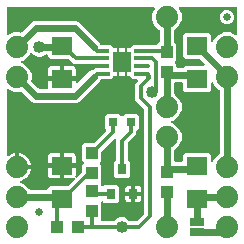
<source format=gbr>
G04 EAGLE Gerber RS-274X export*
G75*
%MOMM*%
%FSLAX34Y34*%
%LPD*%
%INTop Copper*%
%IPPOS*%
%AMOC8*
5,1,8,0,0,1.08239X$1,22.5*%
G01*
%ADD10C,1.879600*%
%ADD11R,1.800000X1.600000*%
%ADD12R,1.100000X1.000000*%
%ADD13R,0.800000X0.900000*%
%ADD14R,1.000000X1.100000*%
%ADD15R,0.800000X0.800000*%
%ADD16R,1.270000X0.635000*%
%ADD17R,0.850000X0.350000*%
%ADD18R,1.500000X1.750000*%
%ADD19R,0.280000X1.025000*%
%ADD20C,0.035000*%
%ADD21C,0.635000*%
%ADD22C,0.609600*%
%ADD23C,0.355600*%
%ADD24C,1.016000*%

G36*
X94597Y17539D02*
X94597Y17539D01*
X94685Y17542D01*
X94737Y17559D01*
X94792Y17567D01*
X94872Y17602D01*
X94955Y17629D01*
X94994Y17657D01*
X95051Y17683D01*
X95165Y17779D01*
X95228Y17824D01*
X96995Y19591D01*
X99983Y20829D01*
X103217Y20829D01*
X106205Y19591D01*
X107972Y17824D01*
X108042Y17772D01*
X108105Y17712D01*
X108155Y17686D01*
X108199Y17653D01*
X108281Y17622D01*
X108358Y17582D01*
X108406Y17574D01*
X108464Y17552D01*
X108612Y17540D01*
X108690Y17527D01*
X113467Y17527D01*
X113554Y17539D01*
X113641Y17542D01*
X113694Y17559D01*
X113749Y17567D01*
X113829Y17602D01*
X113912Y17629D01*
X113951Y17657D01*
X114008Y17683D01*
X114121Y17779D01*
X114185Y17824D01*
X120289Y23927D01*
X120303Y23946D01*
X120317Y23958D01*
X120348Y24004D01*
X120401Y24061D01*
X120427Y24110D01*
X120460Y24154D01*
X120491Y24236D01*
X120531Y24314D01*
X120539Y24362D01*
X120561Y24420D01*
X120573Y24568D01*
X120586Y24645D01*
X120586Y111880D01*
X120574Y111967D01*
X120571Y112054D01*
X120554Y112107D01*
X120546Y112162D01*
X120511Y112241D01*
X120484Y112325D01*
X120456Y112364D01*
X120430Y112421D01*
X120334Y112534D01*
X120289Y112598D01*
X112648Y120239D01*
X112648Y133762D01*
X114976Y136090D01*
X114994Y136114D01*
X115016Y136133D01*
X115079Y136227D01*
X115147Y136317D01*
X115157Y136345D01*
X115174Y136369D01*
X115208Y136477D01*
X115248Y136583D01*
X115251Y136612D01*
X115260Y136640D01*
X115262Y136754D01*
X115272Y136866D01*
X115266Y136895D01*
X115267Y136924D01*
X115238Y137034D01*
X115216Y137145D01*
X115202Y137171D01*
X115195Y137199D01*
X115137Y137297D01*
X115085Y137397D01*
X115065Y137419D01*
X115050Y137444D01*
X114967Y137521D01*
X114889Y137603D01*
X114864Y137618D01*
X114842Y137638D01*
X114742Y137690D01*
X114644Y137747D01*
X114615Y137754D01*
X114589Y137768D01*
X114512Y137781D01*
X114368Y137817D01*
X114306Y137815D01*
X114258Y137823D01*
X114134Y137823D01*
X114127Y137826D01*
X113980Y137838D01*
X113902Y137851D01*
X110837Y137851D01*
X109043Y139645D01*
X109045Y139702D01*
X109023Y139784D01*
X109011Y139868D01*
X108988Y139921D01*
X108973Y139977D01*
X108930Y140050D01*
X108895Y140127D01*
X108857Y140172D01*
X108828Y140222D01*
X108766Y140280D01*
X108712Y140344D01*
X108663Y140376D01*
X108620Y140416D01*
X108545Y140455D01*
X108475Y140502D01*
X108419Y140519D01*
X108367Y140546D01*
X108299Y140557D01*
X108204Y140587D01*
X108104Y140590D01*
X108036Y140601D01*
X95164Y140601D01*
X95106Y140593D01*
X95048Y140595D01*
X94966Y140573D01*
X94882Y140561D01*
X94829Y140538D01*
X94773Y140523D01*
X94700Y140480D01*
X94623Y140445D01*
X94578Y140407D01*
X94528Y140378D01*
X94470Y140316D01*
X94406Y140262D01*
X94374Y140213D01*
X94334Y140170D01*
X94295Y140095D01*
X94248Y140025D01*
X94231Y139969D01*
X94204Y139917D01*
X94193Y139849D01*
X94163Y139754D01*
X92260Y137851D01*
X89298Y137851D01*
X89211Y137839D01*
X89124Y137836D01*
X89084Y137823D01*
X84156Y137823D01*
X84155Y137823D01*
X84153Y137823D01*
X84013Y137803D01*
X83875Y137783D01*
X83873Y137783D01*
X83872Y137783D01*
X83744Y137725D01*
X83615Y137667D01*
X83614Y137666D01*
X83613Y137665D01*
X83506Y137574D01*
X83398Y137484D01*
X83397Y137482D01*
X83396Y137481D01*
X83388Y137468D01*
X83241Y137247D01*
X83232Y137218D01*
X83218Y137197D01*
X82732Y136021D01*
X65367Y118656D01*
X63126Y117728D01*
X27362Y117728D01*
X25121Y118656D01*
X16609Y127169D01*
X16608Y127170D01*
X16607Y127171D01*
X16489Y127259D01*
X16382Y127340D01*
X16381Y127340D01*
X16379Y127341D01*
X16246Y127391D01*
X16116Y127441D01*
X16115Y127441D01*
X16113Y127441D01*
X15974Y127453D01*
X15833Y127464D01*
X15832Y127464D01*
X15830Y127464D01*
X15815Y127461D01*
X15554Y127408D01*
X15527Y127394D01*
X15503Y127389D01*
X15176Y127253D01*
X10224Y127253D01*
X5469Y129223D01*
X5357Y129252D01*
X5248Y129286D01*
X5220Y129287D01*
X5193Y129294D01*
X5079Y129291D01*
X4964Y129294D01*
X4937Y129287D01*
X4909Y129286D01*
X4800Y129251D01*
X4689Y129222D01*
X4665Y129208D01*
X4638Y129199D01*
X4543Y129135D01*
X4444Y129077D01*
X4425Y129056D01*
X4402Y129041D01*
X4328Y128953D01*
X4250Y128869D01*
X4237Y128845D01*
X4219Y128823D01*
X4173Y128719D01*
X4120Y128616D01*
X4116Y128592D01*
X4104Y128564D01*
X4067Y128300D01*
X4065Y128285D01*
X4065Y73976D01*
X4078Y73885D01*
X4081Y73793D01*
X4097Y73744D01*
X4105Y73694D01*
X4142Y73610D01*
X4171Y73523D01*
X4200Y73481D01*
X4221Y73435D01*
X4280Y73365D01*
X4332Y73289D01*
X4372Y73257D01*
X4404Y73218D01*
X4481Y73167D01*
X4552Y73108D01*
X4599Y73088D01*
X4641Y73060D01*
X4729Y73032D01*
X4813Y72996D01*
X4864Y72990D01*
X4912Y72974D01*
X5004Y72972D01*
X5095Y72961D01*
X5146Y72968D01*
X5196Y72967D01*
X5285Y72990D01*
X5376Y73005D01*
X5416Y73025D01*
X5471Y73039D01*
X5608Y73120D01*
X5677Y73154D01*
X6443Y73711D01*
X8117Y74564D01*
X9904Y75145D01*
X10669Y75266D01*
X10669Y64516D01*
X10677Y64458D01*
X10675Y64400D01*
X10697Y64318D01*
X10709Y64235D01*
X10733Y64181D01*
X10747Y64125D01*
X10790Y64052D01*
X10825Y63975D01*
X10863Y63931D01*
X10893Y63880D01*
X10954Y63823D01*
X11009Y63758D01*
X11057Y63726D01*
X11100Y63686D01*
X11175Y63647D01*
X11245Y63601D01*
X11301Y63583D01*
X11353Y63556D01*
X11421Y63545D01*
X11516Y63515D01*
X11616Y63512D01*
X11684Y63501D01*
X12701Y63501D01*
X12701Y62484D01*
X12709Y62426D01*
X12708Y62368D01*
X12729Y62286D01*
X12741Y62203D01*
X12765Y62149D01*
X12779Y62093D01*
X12822Y62020D01*
X12857Y61943D01*
X12895Y61898D01*
X12925Y61848D01*
X12986Y61790D01*
X13041Y61726D01*
X13089Y61694D01*
X13132Y61654D01*
X13207Y61615D01*
X13277Y61569D01*
X13333Y61551D01*
X13385Y61524D01*
X13453Y61513D01*
X13548Y61483D01*
X13648Y61480D01*
X13716Y61469D01*
X24466Y61469D01*
X24345Y60704D01*
X23764Y58917D01*
X22911Y57243D01*
X21806Y55722D01*
X20478Y54394D01*
X18957Y53289D01*
X17283Y52436D01*
X16163Y52072D01*
X16101Y52042D01*
X16035Y52021D01*
X15974Y51980D01*
X15908Y51947D01*
X15857Y51901D01*
X15799Y51862D01*
X15752Y51806D01*
X15697Y51757D01*
X15661Y51698D01*
X15616Y51645D01*
X15586Y51578D01*
X15547Y51515D01*
X15529Y51448D01*
X15501Y51385D01*
X15491Y51312D01*
X15471Y51241D01*
X15471Y51172D01*
X15462Y51103D01*
X15472Y51031D01*
X15473Y50957D01*
X15493Y50890D01*
X15502Y50822D01*
X15533Y50755D01*
X15554Y50684D01*
X15591Y50626D01*
X15620Y50563D01*
X15667Y50507D01*
X15707Y50445D01*
X15759Y50399D01*
X15804Y50347D01*
X15857Y50314D01*
X15921Y50257D01*
X16025Y50208D01*
X16089Y50169D01*
X19751Y48652D01*
X23252Y45151D01*
X23387Y44823D01*
X23388Y44822D01*
X23389Y44821D01*
X23459Y44702D01*
X23532Y44579D01*
X23533Y44578D01*
X23534Y44576D01*
X23638Y44479D01*
X23739Y44383D01*
X23740Y44383D01*
X23741Y44382D01*
X23867Y44317D01*
X23991Y44253D01*
X23993Y44253D01*
X23994Y44252D01*
X24009Y44250D01*
X24270Y44198D01*
X24301Y44201D01*
X24325Y44197D01*
X37736Y44197D01*
X37794Y44205D01*
X37852Y44203D01*
X37934Y44225D01*
X38018Y44237D01*
X38071Y44260D01*
X38127Y44275D01*
X38200Y44318D01*
X38277Y44353D01*
X38322Y44391D01*
X38372Y44420D01*
X38430Y44482D01*
X38494Y44536D01*
X38526Y44585D01*
X38566Y44628D01*
X38605Y44703D01*
X38652Y44773D01*
X38669Y44829D01*
X38696Y44881D01*
X38707Y44949D01*
X38737Y45044D01*
X38740Y45144D01*
X38751Y45212D01*
X38751Y46063D01*
X40537Y47849D01*
X56477Y47849D01*
X56564Y47861D01*
X56651Y47864D01*
X56704Y47881D01*
X56759Y47889D01*
X56838Y47924D01*
X56922Y47951D01*
X56961Y47979D01*
X57018Y48005D01*
X57131Y48101D01*
X57195Y48146D01*
X61791Y52742D01*
X61802Y52757D01*
X61818Y52770D01*
X61888Y52871D01*
X61962Y52969D01*
X61969Y52987D01*
X61980Y53003D01*
X62019Y53120D01*
X62063Y53235D01*
X62064Y53254D01*
X62071Y53273D01*
X62076Y53396D01*
X62086Y53518D01*
X62083Y53537D01*
X62083Y53557D01*
X62055Y53676D01*
X62031Y53797D01*
X62022Y53814D01*
X62017Y53833D01*
X61956Y53940D01*
X61900Y54049D01*
X61886Y54063D01*
X61876Y54080D01*
X61789Y54166D01*
X61704Y54255D01*
X61687Y54265D01*
X61673Y54279D01*
X61565Y54337D01*
X61458Y54399D01*
X61439Y54404D01*
X61422Y54413D01*
X61302Y54439D01*
X61183Y54469D01*
X61163Y54468D01*
X61144Y54472D01*
X61071Y54465D01*
X60899Y54460D01*
X60850Y54444D01*
X60810Y54440D01*
X60134Y54259D01*
X52831Y54259D01*
X52831Y62769D01*
X62341Y62769D01*
X62341Y56466D01*
X62160Y55790D01*
X62157Y55770D01*
X62150Y55752D01*
X62140Y55630D01*
X62125Y55508D01*
X62128Y55488D01*
X62127Y55469D01*
X62151Y55349D01*
X62170Y55227D01*
X62179Y55209D01*
X62183Y55190D01*
X62239Y55082D01*
X62292Y54970D01*
X62305Y54955D01*
X62314Y54938D01*
X62398Y54849D01*
X62479Y54756D01*
X62496Y54746D01*
X62509Y54732D01*
X62616Y54669D01*
X62719Y54603D01*
X62738Y54598D01*
X62755Y54588D01*
X62874Y54558D01*
X62992Y54523D01*
X63011Y54523D01*
X63030Y54518D01*
X63153Y54522D01*
X63276Y54521D01*
X63295Y54526D01*
X63314Y54527D01*
X63431Y54565D01*
X63550Y54598D01*
X63566Y54608D01*
X63585Y54614D01*
X63645Y54657D01*
X63791Y54748D01*
X63825Y54786D01*
X63858Y54809D01*
X67854Y58805D01*
X67906Y58875D01*
X67966Y58939D01*
X67992Y58988D01*
X68025Y59032D01*
X68056Y59114D01*
X68096Y59192D01*
X68104Y59239D01*
X68126Y59298D01*
X68138Y59445D01*
X68151Y59523D01*
X68151Y64938D01*
X69171Y65957D01*
X69206Y66004D01*
X69248Y66044D01*
X69291Y66117D01*
X69341Y66184D01*
X69362Y66239D01*
X69392Y66289D01*
X69413Y66371D01*
X69443Y66450D01*
X69448Y66508D01*
X69462Y66565D01*
X69459Y66649D01*
X69466Y66733D01*
X69455Y66791D01*
X69453Y66849D01*
X69427Y66929D01*
X69410Y67012D01*
X69383Y67064D01*
X69365Y67120D01*
X69325Y67176D01*
X69279Y67264D01*
X69211Y67337D01*
X69171Y67393D01*
X68151Y68412D01*
X68151Y81938D01*
X69937Y83724D01*
X77502Y83724D01*
X77589Y83736D01*
X77676Y83739D01*
X77729Y83756D01*
X77784Y83764D01*
X77864Y83799D01*
X77947Y83826D01*
X77986Y83854D01*
X78043Y83880D01*
X78156Y83976D01*
X78220Y84021D01*
X88076Y93877D01*
X88111Y93924D01*
X88153Y93964D01*
X88196Y94037D01*
X88247Y94104D01*
X88268Y94159D01*
X88297Y94209D01*
X88318Y94291D01*
X88348Y94370D01*
X88353Y94428D01*
X88367Y94485D01*
X88365Y94569D01*
X88372Y94653D01*
X88360Y94710D01*
X88358Y94769D01*
X88332Y94849D01*
X88316Y94932D01*
X88289Y94984D01*
X88271Y95039D01*
X88231Y95096D01*
X88185Y95184D01*
X88116Y95256D01*
X88076Y95313D01*
X87051Y96337D01*
X87051Y106863D01*
X88837Y108649D01*
X99363Y108649D01*
X100882Y107129D01*
X100929Y107094D01*
X100969Y107052D01*
X101042Y107009D01*
X101109Y106959D01*
X101164Y106938D01*
X101214Y106908D01*
X101296Y106887D01*
X101375Y106857D01*
X101433Y106852D01*
X101490Y106838D01*
X101574Y106841D01*
X101658Y106834D01*
X101716Y106845D01*
X101774Y106847D01*
X101854Y106873D01*
X101937Y106890D01*
X101989Y106917D01*
X102045Y106935D01*
X102101Y106975D01*
X102189Y107021D01*
X102262Y107089D01*
X102318Y107129D01*
X103837Y108649D01*
X114363Y108649D01*
X116149Y106863D01*
X116149Y96337D01*
X114224Y94413D01*
X114172Y94343D01*
X114112Y94279D01*
X114086Y94230D01*
X114053Y94185D01*
X114022Y94104D01*
X113982Y94026D01*
X113974Y93978D01*
X113952Y93920D01*
X113947Y93858D01*
X113941Y93838D01*
X113939Y93767D01*
X113927Y93695D01*
X113927Y91226D01*
X106724Y84023D01*
X106672Y83953D01*
X106612Y83889D01*
X106586Y83840D01*
X106553Y83796D01*
X106522Y83714D01*
X106482Y83636D01*
X106474Y83589D01*
X106452Y83530D01*
X106440Y83383D01*
X106427Y83305D01*
X106427Y70205D01*
X106439Y70119D01*
X106442Y70031D01*
X106459Y69979D01*
X106467Y69924D01*
X106502Y69844D01*
X106529Y69761D01*
X106557Y69722D01*
X106583Y69664D01*
X106679Y69551D01*
X106724Y69487D01*
X108649Y67563D01*
X108649Y56037D01*
X106863Y54251D01*
X96337Y54251D01*
X94551Y56037D01*
X94551Y67563D01*
X96476Y69487D01*
X96528Y69557D01*
X96588Y69621D01*
X96614Y69671D01*
X96647Y69715D01*
X96678Y69796D01*
X96718Y69874D01*
X96726Y69922D01*
X96748Y69980D01*
X96760Y70128D01*
X96773Y70205D01*
X96773Y86471D01*
X96769Y86500D01*
X96772Y86530D01*
X96749Y86641D01*
X96733Y86753D01*
X96721Y86779D01*
X96716Y86808D01*
X96664Y86909D01*
X96617Y87012D01*
X96598Y87035D01*
X96585Y87061D01*
X96507Y87143D01*
X96434Y87229D01*
X96409Y87245D01*
X96389Y87267D01*
X96291Y87324D01*
X96197Y87387D01*
X96169Y87396D01*
X96144Y87410D01*
X96034Y87438D01*
X95926Y87473D01*
X95896Y87473D01*
X95868Y87480D01*
X95755Y87477D01*
X95642Y87480D01*
X95613Y87472D01*
X95584Y87471D01*
X95476Y87437D01*
X95367Y87408D01*
X95341Y87393D01*
X95313Y87384D01*
X95250Y87338D01*
X95122Y87263D01*
X95079Y87217D01*
X95040Y87189D01*
X84546Y76695D01*
X84494Y76625D01*
X84434Y76561D01*
X84408Y76512D01*
X84375Y76468D01*
X84344Y76386D01*
X84304Y76308D01*
X84296Y76261D01*
X84274Y76202D01*
X84262Y76055D01*
X84249Y75977D01*
X84249Y68412D01*
X83229Y67393D01*
X83194Y67346D01*
X83152Y67306D01*
X83109Y67233D01*
X83059Y67166D01*
X83038Y67111D01*
X83008Y67061D01*
X82987Y66979D01*
X82957Y66900D01*
X82952Y66842D01*
X82938Y66785D01*
X82941Y66701D01*
X82934Y66617D01*
X82945Y66559D01*
X82947Y66501D01*
X82973Y66421D01*
X82990Y66338D01*
X83017Y66286D01*
X83035Y66230D01*
X83075Y66174D01*
X83121Y66086D01*
X83189Y66013D01*
X83229Y65957D01*
X84249Y64938D01*
X84249Y51383D01*
X84234Y51358D01*
X84184Y51291D01*
X84163Y51236D01*
X84133Y51186D01*
X84112Y51104D01*
X84082Y51025D01*
X84077Y50967D01*
X84063Y50910D01*
X84066Y50826D01*
X84059Y50742D01*
X84070Y50684D01*
X84072Y50626D01*
X84098Y50546D01*
X84115Y50463D01*
X84142Y50411D01*
X84160Y50355D01*
X84200Y50299D01*
X84246Y50211D01*
X84249Y50207D01*
X84249Y48211D01*
X84253Y48182D01*
X84250Y48153D01*
X84273Y48042D01*
X84289Y47930D01*
X84301Y47903D01*
X84306Y47874D01*
X84359Y47774D01*
X84405Y47670D01*
X84424Y47648D01*
X84437Y47622D01*
X84515Y47540D01*
X84588Y47453D01*
X84613Y47437D01*
X84633Y47416D01*
X84731Y47359D01*
X84825Y47296D01*
X84853Y47287D01*
X84878Y47272D01*
X84988Y47244D01*
X85096Y47210D01*
X85126Y47209D01*
X85154Y47202D01*
X85267Y47206D01*
X85380Y47203D01*
X85409Y47210D01*
X85438Y47211D01*
X85546Y47246D01*
X85655Y47275D01*
X85681Y47289D01*
X85709Y47299D01*
X85773Y47344D01*
X85900Y47420D01*
X85943Y47465D01*
X85982Y47493D01*
X86837Y48349D01*
X97363Y48349D01*
X99149Y46563D01*
X99149Y35037D01*
X97363Y33251D01*
X86837Y33251D01*
X85982Y34107D01*
X85958Y34124D01*
X85939Y34147D01*
X85845Y34209D01*
X85755Y34277D01*
X85727Y34288D01*
X85703Y34304D01*
X85595Y34338D01*
X85489Y34379D01*
X85460Y34381D01*
X85432Y34390D01*
X85318Y34393D01*
X85206Y34402D01*
X85177Y34397D01*
X85148Y34397D01*
X85038Y34369D01*
X84927Y34346D01*
X84901Y34333D01*
X84873Y34325D01*
X84775Y34268D01*
X84675Y34215D01*
X84653Y34195D01*
X84628Y34180D01*
X84551Y34098D01*
X84469Y34020D01*
X84454Y33994D01*
X84434Y33973D01*
X84382Y33872D01*
X84325Y33774D01*
X84318Y33746D01*
X84304Y33720D01*
X84291Y33642D01*
X84255Y33499D01*
X84257Y33436D01*
X84249Y33389D01*
X84249Y19662D01*
X83846Y19260D01*
X83829Y19236D01*
X83806Y19217D01*
X83744Y19123D01*
X83676Y19033D01*
X83665Y19005D01*
X83649Y18981D01*
X83615Y18873D01*
X83574Y18767D01*
X83572Y18738D01*
X83563Y18710D01*
X83560Y18596D01*
X83551Y18484D01*
X83556Y18455D01*
X83556Y18426D01*
X83584Y18316D01*
X83607Y18205D01*
X83620Y18179D01*
X83628Y18151D01*
X83685Y18053D01*
X83738Y17953D01*
X83758Y17931D01*
X83773Y17906D01*
X83855Y17829D01*
X83933Y17747D01*
X83959Y17732D01*
X83980Y17712D01*
X84081Y17660D01*
X84179Y17603D01*
X84207Y17596D01*
X84233Y17582D01*
X84311Y17569D01*
X84454Y17533D01*
X84517Y17535D01*
X84564Y17527D01*
X94510Y17527D01*
X94597Y17539D01*
G37*
G36*
X108094Y164207D02*
X108094Y164207D01*
X108152Y164205D01*
X108234Y164227D01*
X108318Y164239D01*
X108371Y164262D01*
X108427Y164277D01*
X108500Y164320D01*
X108577Y164355D01*
X108622Y164393D01*
X108672Y164422D01*
X108730Y164484D01*
X108794Y164538D01*
X108826Y164587D01*
X108866Y164630D01*
X108905Y164705D01*
X108952Y164775D01*
X108969Y164831D01*
X108996Y164883D01*
X109007Y164951D01*
X109037Y165046D01*
X109040Y165146D01*
X109041Y165153D01*
X110837Y166949D01*
X113902Y166949D01*
X113989Y166961D01*
X114077Y166964D01*
X114117Y166977D01*
X130636Y166977D01*
X130694Y166985D01*
X130752Y166983D01*
X130834Y167005D01*
X130918Y167017D01*
X130971Y167040D01*
X131027Y167055D01*
X131100Y167098D01*
X131177Y167133D01*
X131222Y167171D01*
X131272Y167200D01*
X131330Y167262D01*
X131394Y167316D01*
X131426Y167365D01*
X131466Y167408D01*
X131505Y167483D01*
X131552Y167553D01*
X131556Y167568D01*
X133306Y169317D01*
X133358Y169387D01*
X133418Y169451D01*
X133444Y169501D01*
X133477Y169545D01*
X133508Y169626D01*
X133548Y169704D01*
X133556Y169752D01*
X133578Y169810D01*
X133590Y169958D01*
X133603Y170035D01*
X133603Y178875D01*
X133603Y178876D01*
X133603Y178878D01*
X133583Y179018D01*
X133563Y179156D01*
X133563Y179158D01*
X133563Y179159D01*
X133506Y179285D01*
X133447Y179416D01*
X133446Y179417D01*
X133445Y179418D01*
X133357Y179522D01*
X133264Y179633D01*
X133262Y179634D01*
X133261Y179635D01*
X133248Y179643D01*
X133027Y179790D01*
X132998Y179799D01*
X132977Y179813D01*
X132649Y179948D01*
X129148Y183449D01*
X127253Y188024D01*
X127253Y192976D01*
X129223Y197731D01*
X129252Y197843D01*
X129286Y197952D01*
X129287Y197980D01*
X129294Y198007D01*
X129291Y198121D01*
X129294Y198236D01*
X129287Y198263D01*
X129286Y198291D01*
X129251Y198400D01*
X129222Y198511D01*
X129208Y198535D01*
X129199Y198562D01*
X129135Y198657D01*
X129077Y198756D01*
X129056Y198775D01*
X129041Y198798D01*
X128953Y198872D01*
X128869Y198950D01*
X128845Y198963D01*
X128823Y198981D01*
X128719Y199027D01*
X128616Y199080D01*
X128592Y199084D01*
X128564Y199096D01*
X128300Y199133D01*
X128285Y199135D01*
X5080Y199135D01*
X5022Y199127D01*
X4964Y199129D01*
X4882Y199107D01*
X4798Y199095D01*
X4745Y199072D01*
X4689Y199057D01*
X4616Y199014D01*
X4539Y198979D01*
X4494Y198941D01*
X4444Y198912D01*
X4386Y198850D01*
X4322Y198796D01*
X4290Y198747D01*
X4250Y198704D01*
X4211Y198629D01*
X4164Y198559D01*
X4147Y198503D01*
X4120Y198451D01*
X4109Y198383D01*
X4079Y198288D01*
X4076Y198188D01*
X4065Y198120D01*
X4065Y176515D01*
X4081Y176401D01*
X4091Y176287D01*
X4101Y176261D01*
X4105Y176233D01*
X4152Y176128D01*
X4193Y176021D01*
X4209Y175999D01*
X4221Y175974D01*
X4295Y175886D01*
X4364Y175795D01*
X4387Y175778D01*
X4404Y175757D01*
X4500Y175693D01*
X4592Y175624D01*
X4618Y175615D01*
X4641Y175599D01*
X4751Y175565D01*
X4858Y175524D01*
X4886Y175522D01*
X4912Y175514D01*
X5027Y175511D01*
X5141Y175501D01*
X5166Y175507D01*
X5196Y175506D01*
X5453Y175573D01*
X5469Y175577D01*
X10224Y177547D01*
X15176Y177547D01*
X15503Y177411D01*
X15504Y177411D01*
X15506Y177410D01*
X15639Y177376D01*
X15778Y177340D01*
X15780Y177340D01*
X15781Y177340D01*
X15922Y177344D01*
X16062Y177348D01*
X16064Y177349D01*
X16065Y177349D01*
X16200Y177392D01*
X16333Y177435D01*
X16334Y177436D01*
X16336Y177436D01*
X16348Y177445D01*
X16569Y177593D01*
X16589Y177617D01*
X16609Y177631D01*
X25121Y186144D01*
X27362Y187072D01*
X63126Y187072D01*
X65367Y186144D01*
X82732Y168779D01*
X83218Y167603D01*
X83219Y167602D01*
X83220Y167601D01*
X83290Y167482D01*
X83363Y167359D01*
X83364Y167358D01*
X83365Y167356D01*
X83466Y167261D01*
X83569Y167163D01*
X83571Y167163D01*
X83572Y167162D01*
X83694Y167099D01*
X83822Y167033D01*
X83824Y167033D01*
X83825Y167032D01*
X83840Y167030D01*
X84101Y166978D01*
X84132Y166981D01*
X84156Y166977D01*
X89066Y166977D01*
X89073Y166974D01*
X89220Y166962D01*
X89298Y166949D01*
X92363Y166949D01*
X94157Y165155D01*
X94155Y165098D01*
X94177Y165016D01*
X94189Y164932D01*
X94212Y164879D01*
X94227Y164823D01*
X94270Y164750D01*
X94305Y164673D01*
X94343Y164628D01*
X94372Y164578D01*
X94434Y164520D01*
X94488Y164456D01*
X94537Y164424D01*
X94580Y164384D01*
X94655Y164345D01*
X94725Y164298D01*
X94781Y164281D01*
X94833Y164254D01*
X94901Y164243D01*
X94996Y164213D01*
X95096Y164210D01*
X95164Y164199D01*
X108036Y164199D01*
X108094Y164207D01*
G37*
G36*
X178223Y67889D02*
X178223Y67889D01*
X178280Y67887D01*
X178363Y67909D01*
X178448Y67921D01*
X178500Y67945D01*
X178555Y67959D01*
X178629Y68003D01*
X178708Y68039D01*
X178751Y68075D01*
X178800Y68105D01*
X178859Y68167D01*
X178924Y68223D01*
X178950Y68265D01*
X178994Y68312D01*
X179060Y68441D01*
X179102Y68508D01*
X179948Y70551D01*
X183449Y74052D01*
X183777Y74187D01*
X183778Y74188D01*
X183779Y74189D01*
X183898Y74259D01*
X184021Y74332D01*
X184022Y74333D01*
X184024Y74334D01*
X184120Y74436D01*
X184217Y74539D01*
X184217Y74540D01*
X184218Y74541D01*
X184283Y74667D01*
X184347Y74791D01*
X184347Y74793D01*
X184348Y74794D01*
X184350Y74809D01*
X184402Y75070D01*
X184399Y75101D01*
X184403Y75125D01*
X184403Y128075D01*
X184403Y128076D01*
X184403Y128078D01*
X184383Y128218D01*
X184363Y128356D01*
X184363Y128358D01*
X184363Y128359D01*
X184306Y128485D01*
X184247Y128616D01*
X184246Y128617D01*
X184245Y128618D01*
X184154Y128725D01*
X184064Y128833D01*
X184062Y128834D01*
X184061Y128835D01*
X184048Y128843D01*
X183827Y128990D01*
X183798Y128999D01*
X183777Y129013D01*
X183449Y129148D01*
X179948Y132649D01*
X179102Y134692D01*
X179058Y134766D01*
X179023Y134845D01*
X178986Y134888D01*
X178957Y134937D01*
X178895Y134996D01*
X178839Y135062D01*
X178792Y135093D01*
X178751Y135132D01*
X178674Y135172D01*
X178603Y135219D01*
X178549Y135237D01*
X178498Y135263D01*
X178414Y135279D01*
X178332Y135305D01*
X178275Y135307D01*
X178219Y135318D01*
X178134Y135310D01*
X178048Y135313D01*
X177993Y135298D01*
X177936Y135293D01*
X177856Y135262D01*
X177773Y135241D01*
X177724Y135212D01*
X177671Y135191D01*
X177602Y135139D01*
X177528Y135095D01*
X177489Y135054D01*
X177444Y135020D01*
X177392Y134951D01*
X177334Y134888D01*
X177308Y134837D01*
X177274Y134792D01*
X177243Y134712D01*
X177204Y134635D01*
X177196Y134586D01*
X177173Y134526D01*
X177169Y134467D01*
X177163Y134448D01*
X177161Y134376D01*
X177149Y134304D01*
X177149Y129137D01*
X175363Y127351D01*
X154837Y127351D01*
X153051Y129137D01*
X153051Y134176D01*
X153043Y134234D01*
X153045Y134292D01*
X153023Y134374D01*
X153011Y134458D01*
X152988Y134511D01*
X152973Y134567D01*
X152930Y134640D01*
X152895Y134717D01*
X152857Y134762D01*
X152828Y134812D01*
X152766Y134870D01*
X152712Y134934D01*
X152663Y134966D01*
X152620Y135006D01*
X152545Y135045D01*
X152475Y135092D01*
X152419Y135109D01*
X152367Y135136D01*
X152299Y135147D01*
X152204Y135177D01*
X152104Y135180D01*
X152036Y135191D01*
X146812Y135191D01*
X146754Y135183D01*
X146696Y135185D01*
X146614Y135163D01*
X146530Y135151D01*
X146477Y135128D01*
X146421Y135113D01*
X146348Y135070D01*
X146271Y135035D01*
X146226Y134997D01*
X146176Y134968D01*
X146118Y134906D01*
X146054Y134852D01*
X146022Y134803D01*
X145982Y134760D01*
X145943Y134685D01*
X145896Y134615D01*
X145879Y134559D01*
X145852Y134507D01*
X145841Y134439D01*
X145811Y134344D01*
X145808Y134244D01*
X145797Y134176D01*
X145797Y125925D01*
X145797Y125924D01*
X145797Y125922D01*
X145817Y125779D01*
X145837Y125644D01*
X145837Y125642D01*
X145837Y125641D01*
X145895Y125513D01*
X145953Y125384D01*
X145954Y125383D01*
X145955Y125382D01*
X146046Y125275D01*
X146136Y125167D01*
X146138Y125166D01*
X146139Y125165D01*
X146152Y125157D01*
X146373Y125010D01*
X146402Y125001D01*
X146423Y124987D01*
X146751Y124852D01*
X150252Y121351D01*
X152147Y116776D01*
X152147Y111824D01*
X150252Y107249D01*
X146751Y103748D01*
X143829Y102538D01*
X143804Y102523D01*
X143776Y102514D01*
X143681Y102451D01*
X143584Y102393D01*
X143564Y102372D01*
X143539Y102356D01*
X143466Y102269D01*
X143389Y102187D01*
X143375Y102161D01*
X143356Y102138D01*
X143310Y102035D01*
X143259Y101934D01*
X143253Y101905D01*
X143241Y101878D01*
X143225Y101766D01*
X143204Y101655D01*
X143206Y101626D01*
X143202Y101597D01*
X143218Y101485D01*
X143228Y101372D01*
X143239Y101345D01*
X143243Y101315D01*
X143289Y101212D01*
X143330Y101107D01*
X143348Y101083D01*
X143360Y101056D01*
X143433Y100970D01*
X143502Y100880D01*
X143525Y100862D01*
X143544Y100840D01*
X143611Y100798D01*
X143729Y100710D01*
X143788Y100688D01*
X143829Y100662D01*
X146751Y99452D01*
X150252Y95951D01*
X152147Y91376D01*
X152147Y86424D01*
X150252Y81849D01*
X146751Y78348D01*
X146423Y78213D01*
X146422Y78212D01*
X146421Y78211D01*
X146302Y78141D01*
X146179Y78068D01*
X146178Y78067D01*
X146176Y78066D01*
X146079Y77962D01*
X145983Y77861D01*
X145983Y77860D01*
X145982Y77859D01*
X145917Y77733D01*
X145853Y77609D01*
X145853Y77607D01*
X145852Y77606D01*
X145850Y77591D01*
X145798Y77330D01*
X145801Y77299D01*
X145797Y77275D01*
X145797Y69024D01*
X145805Y68966D01*
X145803Y68908D01*
X145825Y68826D01*
X145837Y68742D01*
X145860Y68689D01*
X145875Y68633D01*
X145918Y68560D01*
X145953Y68483D01*
X145991Y68438D01*
X146020Y68388D01*
X146082Y68330D01*
X146136Y68266D01*
X146185Y68234D01*
X146228Y68194D01*
X146303Y68155D01*
X146373Y68108D01*
X146429Y68091D01*
X146481Y68064D01*
X146549Y68053D01*
X146644Y68023D01*
X146744Y68020D01*
X146812Y68009D01*
X152036Y68009D01*
X152094Y68017D01*
X152152Y68015D01*
X152234Y68037D01*
X152318Y68049D01*
X152371Y68072D01*
X152427Y68087D01*
X152500Y68130D01*
X152577Y68165D01*
X152622Y68203D01*
X152672Y68232D01*
X152730Y68294D01*
X152794Y68348D01*
X152826Y68397D01*
X152866Y68440D01*
X152905Y68515D01*
X152952Y68585D01*
X152969Y68641D01*
X152996Y68693D01*
X153007Y68761D01*
X153037Y68856D01*
X153040Y68956D01*
X153051Y69024D01*
X153051Y74063D01*
X154837Y75849D01*
X175363Y75849D01*
X177149Y74063D01*
X177149Y68896D01*
X177161Y68811D01*
X177163Y68725D01*
X177181Y68671D01*
X177189Y68615D01*
X177224Y68536D01*
X177250Y68454D01*
X177282Y68407D01*
X177305Y68355D01*
X177360Y68290D01*
X177408Y68218D01*
X177452Y68182D01*
X177488Y68138D01*
X177560Y68091D01*
X177626Y68035D01*
X177678Y68012D01*
X177725Y67981D01*
X177807Y67955D01*
X177886Y67920D01*
X177942Y67912D01*
X177996Y67895D01*
X178082Y67893D01*
X178167Y67881D01*
X178223Y67889D01*
G37*
G36*
X152439Y147397D02*
X152439Y147397D01*
X152527Y147400D01*
X152579Y147417D01*
X152634Y147425D01*
X152714Y147460D01*
X152797Y147487D01*
X152836Y147515D01*
X152894Y147541D01*
X153007Y147637D01*
X153071Y147682D01*
X154837Y149449D01*
X170978Y149449D01*
X171007Y149453D01*
X171036Y149450D01*
X171147Y149473D01*
X171260Y149489D01*
X171286Y149501D01*
X171315Y149506D01*
X171416Y149558D01*
X171519Y149605D01*
X171542Y149624D01*
X171567Y149637D01*
X171650Y149715D01*
X171736Y149788D01*
X171752Y149813D01*
X171774Y149833D01*
X171831Y149931D01*
X171894Y150025D01*
X171903Y150053D01*
X171917Y150078D01*
X171945Y150188D01*
X171979Y150296D01*
X171980Y150326D01*
X171987Y150354D01*
X171984Y150467D01*
X171987Y150580D01*
X171979Y150609D01*
X171978Y150638D01*
X171944Y150746D01*
X171915Y150855D01*
X171900Y150881D01*
X171891Y150909D01*
X171845Y150972D01*
X171770Y151100D01*
X171724Y151143D01*
X171696Y151182D01*
X167824Y155054D01*
X167754Y155106D01*
X167690Y155166D01*
X167641Y155192D01*
X167597Y155225D01*
X167515Y155256D01*
X167437Y155296D01*
X167390Y155304D01*
X167331Y155326D01*
X167183Y155338D01*
X167106Y155351D01*
X154837Y155351D01*
X153051Y157137D01*
X153051Y175663D01*
X154837Y177449D01*
X175363Y177449D01*
X177149Y175663D01*
X177149Y170496D01*
X177161Y170411D01*
X177163Y170325D01*
X177181Y170271D01*
X177189Y170215D01*
X177224Y170136D01*
X177250Y170054D01*
X177282Y170007D01*
X177305Y169955D01*
X177360Y169890D01*
X177408Y169818D01*
X177452Y169782D01*
X177488Y169738D01*
X177560Y169691D01*
X177626Y169635D01*
X177678Y169612D01*
X177725Y169581D01*
X177807Y169555D01*
X177886Y169520D01*
X177942Y169512D01*
X177996Y169495D01*
X178082Y169493D01*
X178167Y169481D01*
X178223Y169489D01*
X178280Y169487D01*
X178363Y169509D01*
X178448Y169521D01*
X178500Y169545D01*
X178555Y169559D01*
X178629Y169603D01*
X178708Y169639D01*
X178751Y169675D01*
X178800Y169705D01*
X178859Y169767D01*
X178924Y169823D01*
X178950Y169865D01*
X178994Y169912D01*
X179060Y170041D01*
X179102Y170108D01*
X179948Y172151D01*
X183449Y175652D01*
X188024Y177547D01*
X192976Y177547D01*
X197731Y175577D01*
X197843Y175548D01*
X197952Y175514D01*
X197980Y175513D01*
X198007Y175506D01*
X198121Y175509D01*
X198236Y175506D01*
X198263Y175513D01*
X198291Y175514D01*
X198400Y175549D01*
X198511Y175578D01*
X198535Y175592D01*
X198562Y175601D01*
X198657Y175665D01*
X198756Y175723D01*
X198775Y175744D01*
X198798Y175759D01*
X198872Y175847D01*
X198950Y175931D01*
X198963Y175955D01*
X198981Y175977D01*
X199027Y176081D01*
X199080Y176184D01*
X199084Y176208D01*
X199096Y176236D01*
X199133Y176500D01*
X199135Y176515D01*
X199135Y198120D01*
X199127Y198178D01*
X199129Y198236D01*
X199107Y198318D01*
X199095Y198402D01*
X199072Y198455D01*
X199057Y198511D01*
X199014Y198584D01*
X198979Y198661D01*
X198941Y198706D01*
X198912Y198756D01*
X198850Y198814D01*
X198796Y198878D01*
X198747Y198910D01*
X198704Y198950D01*
X198629Y198989D01*
X198559Y199036D01*
X198503Y199053D01*
X198451Y199080D01*
X198383Y199091D01*
X198288Y199121D01*
X198188Y199124D01*
X198120Y199135D01*
X151115Y199135D01*
X151001Y199119D01*
X150887Y199109D01*
X150861Y199099D01*
X150833Y199095D01*
X150728Y199048D01*
X150621Y199007D01*
X150599Y198991D01*
X150574Y198979D01*
X150486Y198905D01*
X150395Y198836D01*
X150378Y198813D01*
X150357Y198796D01*
X150293Y198700D01*
X150225Y198608D01*
X150215Y198582D01*
X150199Y198559D01*
X150165Y198449D01*
X150124Y198342D01*
X150122Y198314D01*
X150114Y198288D01*
X150111Y198173D01*
X150101Y198059D01*
X150107Y198034D01*
X150106Y198004D01*
X150173Y197747D01*
X150177Y197731D01*
X152147Y192976D01*
X152147Y188024D01*
X150252Y183449D01*
X146751Y179948D01*
X146423Y179813D01*
X146422Y179812D01*
X146421Y179811D01*
X146302Y179741D01*
X146179Y179668D01*
X146178Y179667D01*
X146176Y179666D01*
X146079Y179562D01*
X145983Y179461D01*
X145983Y179460D01*
X145982Y179459D01*
X145916Y179331D01*
X145853Y179209D01*
X145853Y179207D01*
X145852Y179206D01*
X145850Y179191D01*
X145798Y178930D01*
X145801Y178899D01*
X145797Y178875D01*
X145797Y170035D01*
X145809Y169949D01*
X145812Y169861D01*
X145829Y169809D01*
X145837Y169754D01*
X145872Y169674D01*
X145899Y169591D01*
X145927Y169552D01*
X145953Y169494D01*
X146049Y169381D01*
X146094Y169317D01*
X147749Y167663D01*
X147749Y154137D01*
X146729Y153118D01*
X146694Y153071D01*
X146652Y153031D01*
X146609Y152958D01*
X146559Y152891D01*
X146538Y152836D01*
X146508Y152786D01*
X146487Y152704D01*
X146457Y152625D01*
X146452Y152567D01*
X146438Y152510D01*
X146441Y152426D01*
X146434Y152342D01*
X146445Y152284D01*
X146447Y152226D01*
X146473Y152146D01*
X146490Y152063D01*
X146517Y152011D01*
X146535Y151955D01*
X146575Y151899D01*
X146621Y151811D01*
X146689Y151738D01*
X146729Y151682D01*
X147749Y150663D01*
X147749Y148400D01*
X147757Y148342D01*
X147755Y148284D01*
X147777Y148202D01*
X147789Y148118D01*
X147812Y148065D01*
X147827Y148009D01*
X147870Y147936D01*
X147905Y147859D01*
X147943Y147814D01*
X147972Y147764D01*
X148034Y147706D01*
X148088Y147642D01*
X148137Y147610D01*
X148180Y147570D01*
X148255Y147531D01*
X148325Y147484D01*
X148381Y147467D01*
X148433Y147440D01*
X148501Y147429D01*
X148596Y147399D01*
X148696Y147396D01*
X148764Y147385D01*
X152353Y147385D01*
X152439Y147397D01*
G37*
G36*
X38302Y129930D02*
X38302Y129930D01*
X38360Y129928D01*
X38442Y129950D01*
X38526Y129962D01*
X38579Y129985D01*
X38635Y130000D01*
X38708Y130043D01*
X38785Y130078D01*
X38830Y130116D01*
X38880Y130145D01*
X38938Y130207D01*
X39002Y130261D01*
X39034Y130310D01*
X39074Y130353D01*
X39113Y130428D01*
X39160Y130498D01*
X39177Y130554D01*
X39204Y130606D01*
X39215Y130674D01*
X39245Y130769D01*
X39248Y130869D01*
X39259Y130937D01*
X39259Y136369D01*
X49784Y136369D01*
X49842Y136377D01*
X49900Y136375D01*
X49982Y136397D01*
X50065Y136409D01*
X50119Y136433D01*
X50175Y136447D01*
X50248Y136490D01*
X50325Y136525D01*
X50369Y136563D01*
X50420Y136593D01*
X50477Y136654D01*
X50542Y136709D01*
X50574Y136757D01*
X50614Y136800D01*
X50653Y136875D01*
X50699Y136945D01*
X50717Y137001D01*
X50744Y137053D01*
X50755Y137121D01*
X50785Y137216D01*
X50788Y137316D01*
X50799Y137384D01*
X50799Y138401D01*
X50801Y138401D01*
X50801Y137384D01*
X50809Y137326D01*
X50808Y137268D01*
X50829Y137186D01*
X50841Y137103D01*
X50865Y137049D01*
X50879Y136993D01*
X50922Y136920D01*
X50957Y136843D01*
X50995Y136798D01*
X51025Y136748D01*
X51086Y136690D01*
X51141Y136626D01*
X51189Y136594D01*
X51232Y136554D01*
X51307Y136515D01*
X51377Y136469D01*
X51433Y136451D01*
X51485Y136424D01*
X51553Y136413D01*
X51648Y136383D01*
X51748Y136380D01*
X51816Y136369D01*
X62341Y136369D01*
X62341Y135326D01*
X62345Y135297D01*
X62342Y135268D01*
X62365Y135157D01*
X62381Y135044D01*
X62393Y135018D01*
X62398Y134989D01*
X62451Y134888D01*
X62497Y134785D01*
X62516Y134762D01*
X62529Y134737D01*
X62607Y134654D01*
X62680Y134568D01*
X62705Y134552D01*
X62725Y134530D01*
X62823Y134473D01*
X62917Y134410D01*
X62945Y134401D01*
X62970Y134387D01*
X63080Y134359D01*
X63188Y134325D01*
X63218Y134324D01*
X63246Y134317D01*
X63359Y134320D01*
X63472Y134317D01*
X63501Y134325D01*
X63530Y134326D01*
X63638Y134360D01*
X63747Y134389D01*
X63773Y134404D01*
X63801Y134413D01*
X63864Y134459D01*
X63992Y134534D01*
X64035Y134580D01*
X64074Y134608D01*
X74109Y144644D01*
X76350Y145572D01*
X76413Y145572D01*
X76500Y145584D01*
X76587Y145587D01*
X76640Y145604D01*
X76695Y145612D01*
X76774Y145647D01*
X76858Y145674D01*
X76897Y145702D01*
X76954Y145728D01*
X77067Y145824D01*
X77131Y145869D01*
X78739Y147477D01*
X79044Y147477D01*
X79102Y147485D01*
X79160Y147483D01*
X79242Y147505D01*
X79326Y147517D01*
X79379Y147540D01*
X79435Y147555D01*
X79508Y147598D01*
X79585Y147633D01*
X79630Y147671D01*
X79680Y147700D01*
X79738Y147762D01*
X79802Y147816D01*
X79834Y147865D01*
X79874Y147908D01*
X79913Y147983D01*
X79960Y148053D01*
X79977Y148109D01*
X79990Y148135D01*
X86850Y148135D01*
X86908Y148143D01*
X86966Y148141D01*
X87048Y148163D01*
X87131Y148174D01*
X87185Y148198D01*
X87241Y148213D01*
X87314Y148256D01*
X87391Y148291D01*
X87435Y148328D01*
X87485Y148358D01*
X87543Y148420D01*
X87608Y148474D01*
X87640Y148523D01*
X87680Y148566D01*
X87718Y148641D01*
X87765Y148711D01*
X87783Y148767D01*
X87809Y148819D01*
X87821Y148887D01*
X87851Y148982D01*
X87854Y149082D01*
X87865Y149150D01*
X87857Y149208D01*
X87858Y149259D01*
X87858Y149266D01*
X87837Y149348D01*
X87825Y149432D01*
X87801Y149485D01*
X87786Y149542D01*
X87743Y149614D01*
X87709Y149691D01*
X87671Y149736D01*
X87641Y149786D01*
X87580Y149844D01*
X87525Y149908D01*
X87477Y149940D01*
X87434Y149980D01*
X87359Y150019D01*
X87289Y150066D01*
X87233Y150083D01*
X87181Y150110D01*
X87113Y150121D01*
X87018Y150151D01*
X86918Y150154D01*
X86850Y150165D01*
X79990Y150165D01*
X79981Y150199D01*
X79938Y150272D01*
X79903Y150349D01*
X79865Y150394D01*
X79836Y150444D01*
X79774Y150502D01*
X79720Y150566D01*
X79671Y150598D01*
X79628Y150638D01*
X79553Y150677D01*
X79483Y150724D01*
X79427Y150741D01*
X79375Y150768D01*
X79307Y150779D01*
X79212Y150809D01*
X79112Y150812D01*
X79044Y150823D01*
X62511Y150823D01*
X62490Y150820D01*
X62473Y150823D01*
X60992Y150766D01*
X60861Y150743D01*
X60730Y150722D01*
X60722Y150717D01*
X60712Y150716D01*
X60594Y150657D01*
X60570Y150646D01*
X60550Y150674D01*
X59066Y152158D01*
X59049Y152171D01*
X59038Y152185D01*
X55913Y155081D01*
X55857Y155120D01*
X55807Y155166D01*
X55741Y155200D01*
X55680Y155243D01*
X55615Y155265D01*
X55554Y155296D01*
X55493Y155306D01*
X55410Y155334D01*
X55296Y155339D01*
X55223Y155351D01*
X40537Y155351D01*
X38751Y157137D01*
X38751Y157988D01*
X38743Y158046D01*
X38745Y158104D01*
X38723Y158186D01*
X38711Y158270D01*
X38688Y158323D01*
X38673Y158379D01*
X38630Y158452D01*
X38595Y158529D01*
X38557Y158574D01*
X38528Y158624D01*
X38466Y158682D01*
X38412Y158746D01*
X38363Y158778D01*
X38320Y158818D01*
X38245Y158857D01*
X38175Y158904D01*
X38119Y158921D01*
X38067Y158948D01*
X37999Y158959D01*
X37904Y158989D01*
X37804Y158992D01*
X37736Y159003D01*
X37570Y159003D01*
X37483Y158991D01*
X37396Y158988D01*
X37343Y158971D01*
X37288Y158963D01*
X37208Y158928D01*
X37125Y158901D01*
X37086Y158873D01*
X37029Y158847D01*
X36915Y158751D01*
X36852Y158706D01*
X36355Y158209D01*
X33367Y156971D01*
X30133Y156971D01*
X27145Y158209D01*
X25513Y159841D01*
X25422Y159910D01*
X25334Y159984D01*
X25308Y159995D01*
X25286Y160012D01*
X25179Y160053D01*
X25074Y160099D01*
X25046Y160103D01*
X25020Y160113D01*
X24906Y160123D01*
X24792Y160138D01*
X24765Y160134D01*
X24737Y160137D01*
X24625Y160114D01*
X24511Y160098D01*
X24486Y160086D01*
X24458Y160081D01*
X24356Y160028D01*
X24252Y159981D01*
X24231Y159963D01*
X24206Y159950D01*
X24123Y159871D01*
X24035Y159796D01*
X24022Y159775D01*
X24000Y159754D01*
X23865Y159524D01*
X23857Y159512D01*
X23252Y158049D01*
X19751Y154548D01*
X16829Y153338D01*
X16804Y153323D01*
X16776Y153314D01*
X16681Y153251D01*
X16584Y153193D01*
X16564Y153172D01*
X16539Y153156D01*
X16466Y153069D01*
X16389Y152987D01*
X16375Y152961D01*
X16356Y152938D01*
X16310Y152835D01*
X16259Y152734D01*
X16253Y152705D01*
X16241Y152678D01*
X16225Y152566D01*
X16204Y152455D01*
X16206Y152426D01*
X16202Y152397D01*
X16218Y152285D01*
X16228Y152172D01*
X16239Y152145D01*
X16243Y152116D01*
X16289Y152012D01*
X16330Y151907D01*
X16348Y151883D01*
X16360Y151856D01*
X16433Y151770D01*
X16502Y151680D01*
X16525Y151662D01*
X16544Y151640D01*
X16611Y151598D01*
X16729Y151510D01*
X16788Y151488D01*
X16829Y151462D01*
X19751Y150252D01*
X23252Y146751D01*
X25147Y142176D01*
X25147Y137224D01*
X25011Y136897D01*
X25011Y136896D01*
X25010Y136894D01*
X24976Y136761D01*
X24940Y136622D01*
X24940Y136620D01*
X24940Y136619D01*
X24945Y136471D01*
X24948Y136338D01*
X24949Y136336D01*
X24949Y136335D01*
X24994Y136195D01*
X25035Y136067D01*
X25036Y136066D01*
X25036Y136064D01*
X25045Y136052D01*
X25193Y135831D01*
X25217Y135811D01*
X25231Y135791D01*
X30803Y130219D01*
X30873Y130167D01*
X30937Y130107D01*
X30986Y130081D01*
X31030Y130048D01*
X31112Y130017D01*
X31190Y129977D01*
X31237Y129969D01*
X31296Y129947D01*
X31444Y129935D01*
X31521Y129922D01*
X38244Y129922D01*
X38302Y129930D01*
G37*
%LPC*%
G36*
X189262Y184276D02*
X189262Y184276D01*
X186974Y185224D01*
X185224Y186974D01*
X184276Y189262D01*
X184276Y191738D01*
X185224Y194026D01*
X186974Y195776D01*
X189262Y196724D01*
X191738Y196724D01*
X194026Y195776D01*
X195776Y194026D01*
X196724Y191738D01*
X196724Y189262D01*
X195776Y186974D01*
X194026Y185224D01*
X191738Y184276D01*
X189262Y184276D01*
G37*
%LPD*%
%LPC*%
G36*
X52831Y140431D02*
X52831Y140431D01*
X52831Y148941D01*
X59832Y148941D01*
X59861Y148945D01*
X59891Y148942D01*
X60002Y148965D01*
X60114Y148981D01*
X60140Y148993D01*
X60169Y148998D01*
X60270Y149050D01*
X60293Y149061D01*
X60364Y148999D01*
X60462Y148910D01*
X60470Y148907D01*
X60478Y148900D01*
X60736Y148780D01*
X60753Y148778D01*
X60768Y148771D01*
X60781Y148768D01*
X61360Y148433D01*
X61833Y147960D01*
X62168Y147381D01*
X62341Y146734D01*
X62341Y140431D01*
X52831Y140431D01*
G37*
%LPD*%
%LPC*%
G36*
X52831Y66831D02*
X52831Y66831D01*
X52831Y75341D01*
X60134Y75341D01*
X60781Y75168D01*
X61360Y74833D01*
X61833Y74360D01*
X62168Y73781D01*
X62341Y73134D01*
X62341Y66831D01*
X52831Y66831D01*
G37*
%LPD*%
%LPC*%
G36*
X39259Y140431D02*
X39259Y140431D01*
X39259Y146734D01*
X39432Y147381D01*
X39767Y147960D01*
X40240Y148433D01*
X40819Y148768D01*
X41466Y148941D01*
X48769Y148941D01*
X48769Y140431D01*
X39259Y140431D01*
G37*
%LPD*%
%LPC*%
G36*
X39259Y66831D02*
X39259Y66831D01*
X39259Y73134D01*
X39432Y73781D01*
X39767Y74360D01*
X40240Y74833D01*
X40819Y75168D01*
X41466Y75341D01*
X48769Y75341D01*
X48769Y66831D01*
X39259Y66831D01*
G37*
%LPD*%
%LPC*%
G36*
X41466Y54259D02*
X41466Y54259D01*
X40819Y54432D01*
X40240Y54767D01*
X39767Y55240D01*
X39432Y55819D01*
X39259Y56466D01*
X39259Y62769D01*
X48769Y62769D01*
X48769Y54259D01*
X41466Y54259D01*
G37*
%LPD*%
%LPC*%
G36*
X14731Y65531D02*
X14731Y65531D01*
X14731Y75266D01*
X15496Y75145D01*
X17283Y74564D01*
X18957Y73711D01*
X20478Y72606D01*
X21806Y71278D01*
X22911Y69757D01*
X23764Y68083D01*
X24345Y66296D01*
X24466Y65531D01*
X14731Y65531D01*
G37*
%LPD*%
%LPC*%
G36*
X113099Y42799D02*
X113099Y42799D01*
X113099Y47841D01*
X115434Y47841D01*
X116081Y47668D01*
X116660Y47333D01*
X117133Y46860D01*
X117468Y46281D01*
X117641Y45634D01*
X117641Y42799D01*
X113099Y42799D01*
G37*
%LPD*%
%LPC*%
G36*
X104559Y42799D02*
X104559Y42799D01*
X104559Y45634D01*
X104732Y46281D01*
X105067Y46860D01*
X105540Y47333D01*
X106119Y47668D01*
X106766Y47841D01*
X109101Y47841D01*
X109101Y42799D01*
X104559Y42799D01*
G37*
%LPD*%
%LPC*%
G36*
X113099Y33759D02*
X113099Y33759D01*
X113099Y38801D01*
X117641Y38801D01*
X117641Y35966D01*
X117468Y35319D01*
X117133Y34740D01*
X116660Y34267D01*
X116081Y33932D01*
X115434Y33759D01*
X113099Y33759D01*
G37*
%LPD*%
%LPC*%
G36*
X106766Y33759D02*
X106766Y33759D01*
X106119Y33932D01*
X105540Y34267D01*
X105067Y34740D01*
X104732Y35319D01*
X104559Y35966D01*
X104559Y38801D01*
X109101Y38801D01*
X109101Y33759D01*
X106766Y33759D01*
G37*
%LPD*%
%LPC*%
G36*
X50799Y64799D02*
X50799Y64799D01*
X50799Y64801D01*
X50801Y64801D01*
X50801Y64799D01*
X50799Y64799D01*
G37*
%LPD*%
D10*
X190500Y165100D03*
X190500Y139700D03*
X12700Y165100D03*
X12700Y139700D03*
X12700Y12700D03*
X12700Y38100D03*
X12700Y63500D03*
D11*
X50800Y166400D03*
X50800Y138400D03*
X165100Y36800D03*
X165100Y64800D03*
X165100Y166400D03*
X165100Y138400D03*
D12*
X64063Y12700D03*
X47063Y12700D03*
D13*
X101600Y61800D03*
X111100Y40800D03*
X92100Y40800D03*
D14*
X76200Y26425D03*
X76200Y43425D03*
X76200Y75175D03*
X76200Y58175D03*
D15*
X109100Y101600D03*
X94100Y101600D03*
D16*
X165100Y16709D03*
X165100Y8573D03*
D10*
X190500Y12700D03*
X190500Y38100D03*
X190500Y63500D03*
D11*
X50800Y36800D03*
X50800Y64800D03*
D17*
X86850Y155650D03*
D18*
X101600Y152400D03*
D19*
X98350Y138525D03*
X104850Y138525D03*
X98350Y166275D03*
X104850Y166275D03*
D17*
X86850Y149150D03*
D20*
X90925Y141075D02*
X82775Y141075D01*
X82775Y144225D01*
X90925Y144225D01*
X90925Y141075D01*
X90925Y141407D02*
X82775Y141407D01*
X82775Y141739D02*
X90925Y141739D01*
X90925Y142071D02*
X82775Y142071D01*
X82775Y142403D02*
X90925Y142403D01*
X90925Y142735D02*
X82775Y142735D01*
X82775Y143067D02*
X90925Y143067D01*
X90925Y143399D02*
X82775Y143399D01*
X82775Y143731D02*
X90925Y143731D01*
X90925Y144063D02*
X82775Y144063D01*
D17*
X86850Y162150D03*
X116350Y142650D03*
X116350Y149150D03*
X116350Y155650D03*
X116350Y162150D03*
D14*
X139700Y59300D03*
X139700Y42300D03*
X139700Y143900D03*
X139700Y160900D03*
D10*
X139700Y88900D03*
X139700Y12700D03*
X139700Y114300D03*
X139700Y190500D03*
D21*
X31496Y25654D03*
X190500Y190500D03*
D22*
X190500Y8573D02*
X165100Y8573D01*
X190500Y8573D02*
X190500Y12700D01*
X190500Y63500D02*
X190500Y139700D01*
D23*
X190500Y141000D01*
D22*
X165100Y166400D01*
X50800Y38100D02*
X12700Y38100D01*
D23*
X50800Y38100D02*
X50800Y36800D01*
X62400Y155650D02*
X86850Y155650D01*
X62400Y155650D02*
X50800Y166400D01*
X74050Y58175D02*
X76200Y58175D01*
X74050Y58175D02*
X57150Y41275D01*
X55275Y41275D01*
X50800Y36800D01*
D22*
X50800Y165100D02*
X31750Y165100D01*
X50800Y165100D02*
X50800Y166400D01*
D23*
X47062Y36800D02*
X47063Y12700D01*
X47062Y36800D02*
X50800Y36800D01*
D24*
X31750Y165100D03*
D23*
X63500Y149150D02*
X86850Y149150D01*
D24*
X95250Y127000D03*
X114300Y177800D03*
X101600Y177800D03*
X107950Y127000D03*
X31750Y139700D03*
X88900Y177800D03*
X157163Y101600D03*
X168275Y190500D03*
X82550Y127000D03*
X179388Y101600D03*
D22*
X77563Y165325D02*
X61913Y180975D01*
X28575Y180975D01*
X12700Y165100D01*
D23*
X80738Y162150D02*
X86850Y162150D01*
X80738Y162150D02*
X77563Y165325D01*
X80738Y142650D02*
X77563Y139475D01*
X80738Y142650D02*
X86850Y142650D01*
D22*
X77563Y139475D02*
X61913Y123825D01*
X28575Y123825D01*
X12700Y139700D01*
D23*
X116350Y142650D02*
X117475Y142650D01*
X117475Y131763D02*
X117475Y122238D01*
X125413Y114300D01*
X101600Y12700D02*
X76200Y12700D01*
X64063Y12700D01*
X76200Y12700D02*
X76200Y26425D01*
X101600Y12700D02*
X115887Y12700D01*
X125413Y22225D01*
X125413Y114300D01*
X123825Y138113D02*
X123885Y138201D01*
X123941Y138292D01*
X123994Y138384D01*
X124043Y138479D01*
X124089Y138575D01*
X124131Y138673D01*
X124170Y138773D01*
X124204Y138873D01*
X124235Y138975D01*
X124263Y139078D01*
X124286Y139182D01*
X124306Y139287D01*
X124322Y139393D01*
X124334Y139499D01*
X124341Y139605D01*
X124345Y139711D01*
X124346Y139818D01*
X124342Y139925D01*
X124334Y140031D01*
X124322Y140137D01*
X124306Y140242D01*
X124287Y140347D01*
X124263Y140451D01*
X124236Y140554D01*
X124205Y140656D01*
X124170Y140757D01*
X124132Y140856D01*
X124090Y140954D01*
X124044Y141051D01*
X123995Y141145D01*
X123942Y141238D01*
X123886Y141329D01*
X123827Y141417D01*
X123764Y141503D01*
X123698Y141587D01*
X123629Y141669D01*
X123557Y141748D01*
X123483Y141824D01*
X123405Y141897D01*
X123325Y141967D01*
X123243Y142035D01*
X123158Y142099D01*
X123070Y142160D01*
X122981Y142218D01*
X122889Y142272D01*
X122795Y142323D01*
X122700Y142371D01*
X122603Y142415D01*
X122504Y142455D01*
X122404Y142492D01*
X122303Y142525D01*
X122200Y142554D01*
X122097Y142579D01*
X121992Y142601D01*
X121887Y142619D01*
X121781Y142632D01*
X121675Y142642D01*
X121569Y142648D01*
X121462Y142650D01*
X116350Y142650D01*
X123825Y138113D02*
X117475Y131763D01*
D24*
X101600Y12700D03*
D22*
X165100Y16709D02*
X165100Y36800D01*
D23*
X165100Y38100D01*
D22*
X190500Y38100D01*
X139700Y160900D02*
X139700Y190500D01*
D23*
X139700Y162150D02*
X116350Y162150D01*
X139700Y162150D02*
X139700Y160900D01*
X94100Y101600D02*
X94100Y93075D01*
X76200Y75175D01*
X76200Y40800D02*
X92100Y40800D01*
X76200Y40800D02*
X76200Y43425D01*
X109100Y93225D02*
X109100Y101600D01*
X109100Y93225D02*
X101600Y85725D01*
X101600Y61800D01*
D22*
X139700Y42300D02*
X139700Y12700D01*
D23*
X126925Y155650D02*
X116350Y155650D01*
X126925Y155650D02*
X130175Y152400D01*
X130175Y127001D02*
X127000Y127000D01*
X130175Y127001D02*
X130175Y152400D01*
D24*
X127000Y127000D03*
D22*
X139700Y61912D02*
X139700Y59300D01*
X139700Y61912D02*
X139700Y88900D01*
X139700Y61912D02*
X139700Y59300D01*
X139700Y61912D02*
X165100Y61912D01*
X165100Y64800D01*
X139700Y114300D02*
X139700Y141288D01*
X139700Y143900D01*
X139700Y141288D01*
X165100Y141288D01*
X165100Y138400D01*
D23*
X123825Y149150D02*
X114300Y149150D01*
M02*

</source>
